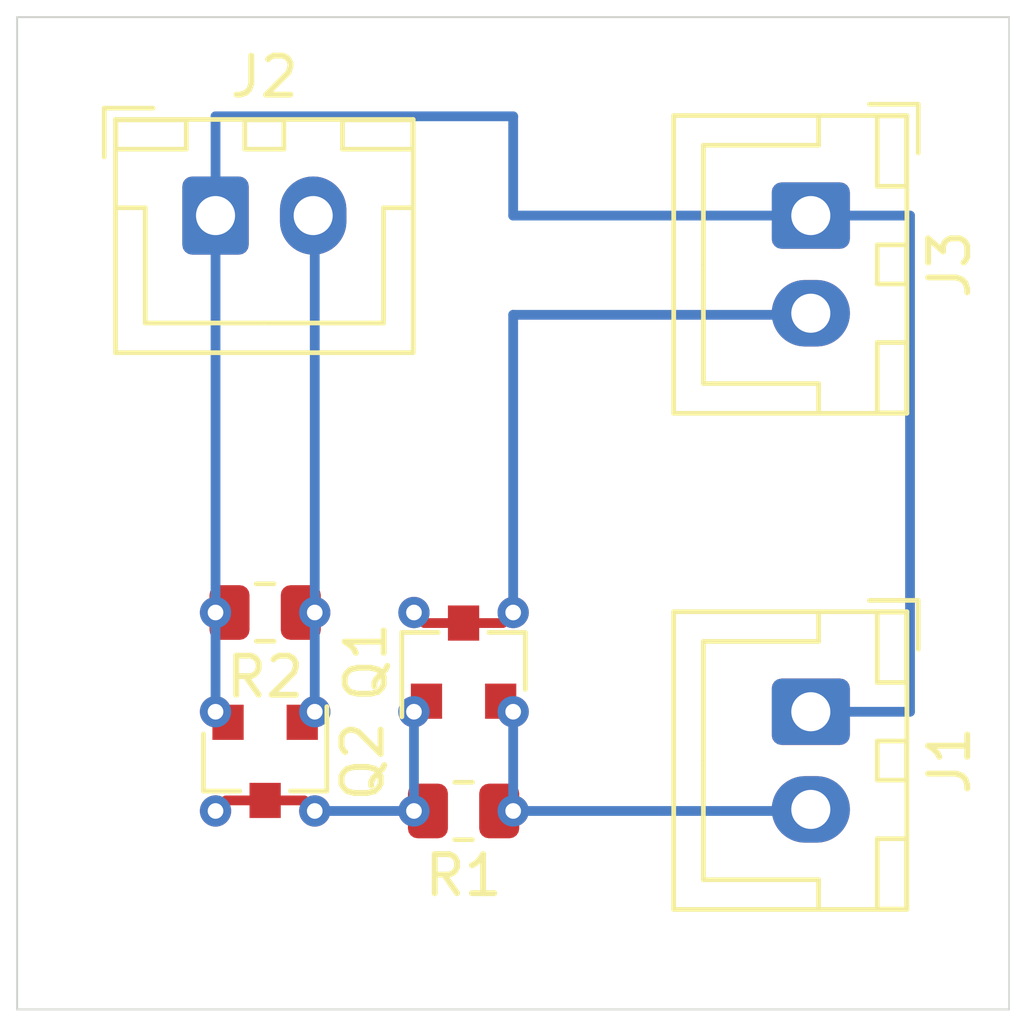
<source format=kicad_pcb>
(kicad_pcb (version 20211014) (generator pcbnew)
  (layers (0 "F.Cu" signal) (31 "B.Cu" signal) (34 "B.Paste" user) (35 "F.Paste" user) (36 "B.SilkS" user "B.Silkscreen") (37 "F.SilkS" user "F.Silkscreen") (38 "B.Mask" user) (39 "F.Mask" user) (44 "Edge.Cuts" user))
  (net 0 "")
  (net 1 "GND")
  (net 2 "Net-(Q1-Pad1)")
  (net 3 "/Vin")
  (net 4 "/Vctl")
  (net 5 "/Vout")
  (footprint "Connector_JST:JST_XH_B2B-XH-A_1x02_P2.50mm_Vertical" (layer "F.Cu") (at 149.86 111.76 -90)
    (fp_text reference "J3" (at 1.25 -3.55 90) (layer "F.SilkS"))
    (fp_text value "Conn_01x02_Male")
    (fp_line (start -2.56 -2.46) (end -2.56 3.51) (layer "F.SilkS") (width 0.12))
    (fp_line (start -1.8 -0.2) (end -1.8 2.75) (layer "F.SilkS") (width 0.12))
    (fp_line (start 3.25 -1.7) (end 5.05 -1.7) (layer "F.SilkS") (width 0.12))
    (fp_line (start 5.06 -2.46) (end -2.56 -2.46) (layer "F.SilkS") (width 0.12))
    (fp_line (start 4.3 -0.2) (end 4.3 2.75) (layer "F.SilkS") (width 0.12))
    (fp_line (start 5.06 3.51) (end 5.06 -2.46) (layer "F.SilkS") (width 0.12))
    (fp_line (start 1.75 -2.45) (end 0.75 -2.45) (layer "F.SilkS") (width 0.12))
    (fp_line (start -2.85 -2.75) (end -2.85 -1.5) (layer "F.SilkS") (width 0.12))
    (fp_line (start -0.75 -2.45) (end -2.55 -2.45) (layer "F.SilkS") (width 0.12))
    (fp_line (start -1.6 -2.75) (end -2.85 -2.75) (layer "F.SilkS") (width 0.12))
    (fp_line (start -2.55 -1.7) (end -0.75 -1.7) (layer "F.SilkS") (width 0.12))
    (fp_line (start 0.75 -1.7) (end 1.75 -1.7) (layer "F.SilkS") (width 0.12))
    (fp_line (start -1.8 2.75) (end 1.25 2.75) (layer "F.SilkS") (width 0.12))
    (fp_line (start 1.75 -1.7) (end 1.75 -2.45) (layer "F.SilkS") (width 0.12))
    (fp_line (start 4.3 2.75) (end 1.25 2.75) (layer "F.SilkS") (width 0.12))
    (fp_line (start 5.05 -2.45) (end 3.25 -2.45) (layer "F.SilkS") (width 0.12))
    (fp_line (start 5.05 -0.2) (end 4.3 -0.2) (layer "F.SilkS") (width 0.12))
    (fp_line (start 5.05 -1.7) (end 5.05 -2.45) (layer "F.SilkS") (width 0.12))
    (fp_line (start -2.55 -2.45) (end -2.55 -1.7) (layer "F.SilkS") (width 0.12))
    (fp_line (start -2.56 3.51) (end 5.06 3.51) (layer "F.SilkS") (width 0.12))
    (fp_line (start -0.75 -1.7) (end -0.75 -2.45) (layer "F.SilkS") (width 0.12))
    (fp_line (start -2.55 -0.2) (end -1.8 -0.2) (layer "F.SilkS") (width 0.12))
    (fp_line (start 0.75 -2.45) (end 0.75 -1.7) (layer "F.SilkS") (width 0.12))
    (fp_line (start 3.25 -2.45) (end 3.25 -1.7) (layer "F.SilkS") (width 0.12))
    (pad "1" thru_hole roundrect locked (at 0 0 270) (size 1.7 2) (drill 1) (layers *.Cu *.Mask) (roundrect_rratio 0.147059) (net 1 "GND"))
    (pad "2" thru_hole oval locked (at 2.5 0 270) (size 1.7 2) (drill 1) (layers *.Cu *.Mask) (net 5 "/Vout"))
  )
  (footprint "Connector_JST:JST_XH_B2B-XH-A_1x02_P2.50mm_Vertical" (layer "F.Cu") (at 134.62 111.76)
    (fp_text reference "J2" (at 1.25 -3.55) (layer "F.SilkS"))
    (fp_text value "Conn_01x02_Male")
    (fp_line (start 3.25 -2.45) (end 3.25 -1.7) (layer "F.SilkS") (width 0.12))
    (fp_line (start 0.75 -1.7) (end 1.75 -1.7) (layer "F.SilkS") (width 0.12))
    (fp_line (start -1.8 2.75) (end 1.25 2.75) (layer "F.SilkS") (width 0.12))
    (fp_line (start -2.55 -1.7) (end -0.75 -1.7) (layer "F.SilkS") (width 0.12))
    (fp_line (start 5.05 -2.45) (end 3.25 -2.45) (layer "F.SilkS") (width 0.12))
    (fp_line (start 1.75 -1.7) (end 1.75 -2.45) (layer "F.SilkS") (width 0.12))
    (fp_line (start 5.06 3.51) (end 5.06 -2.46) (layer "F.SilkS") (width 0.12))
    (fp_line (start 1.75 -2.45) (end 0.75 -2.45) (layer "F.SilkS") (width 0.12))
    (fp_line (start -0.75 -1.7) (end -0.75 -2.45) (layer "F.SilkS") (width 0.12))
    (fp_line (start -1.6 -2.75) (end -2.85 -2.75) (layer "F.SilkS") (width 0.12))
    (fp_line (start -0.75 -2.45) (end -2.55 -2.45) (layer "F.SilkS") (width 0.12))
    (fp_line (start 5.05 -1.7) (end 5.05 -2.45) (layer "F.SilkS") (width 0.12))
    (fp_line (start -2.56 -2.46) (end -2.56 3.51) (layer "F.SilkS") (width 0.12))
    (fp_line (start -2.56 3.51) (end 5.06 3.51) (layer "F.SilkS") (width 0.12))
    (fp_line (start 4.3 -0.2) (end 4.3 2.75) (layer "F.SilkS") (width 0.12))
    (fp_line (start 0.75 -2.45) (end 0.75 -1.7) (layer "F.SilkS") (width 0.12))
    (fp_line (start 5.06 -2.46) (end -2.56 -2.46) (layer "F.SilkS") (width 0.12))
    (fp_line (start -2.55 -2.45) (end -2.55 -1.7) (layer "F.SilkS") (width 0.12))
    (fp_line (start 4.3 2.75) (end 1.25 2.75) (layer "F.SilkS") (width 0.12))
    (fp_line (start -2.85 -2.75) (end -2.85 -1.5) (layer "F.SilkS") (width 0.12))
    (fp_line (start -2.55 -0.2) (end -1.8 -0.2) (layer "F.SilkS") (width 0.12))
    (fp_line (start -1.8 -0.2) (end -1.8 2.75) (layer "F.SilkS") (width 0.12))
    (fp_line (start 5.05 -0.2) (end 4.3 -0.2) (layer "F.SilkS") (width 0.12))
    (fp_line (start 3.25 -1.7) (end 5.05 -1.7) (layer "F.SilkS") (width 0.12))
    (pad "1" thru_hole roundrect locked (at 0 0) (size 1.7 2) (drill 1) (layers *.Cu *.Mask) (roundrect_rratio 0.147059) (net 1 "GND"))
    (pad "2" thru_hole oval locked (at 2.5 0) (size 1.7 2) (drill 1) (layers *.Cu *.Mask) (net 4 "/Vctl"))
  )
  (footprint "Resistor_SMD:R_0805_2012Metric" (layer "F.Cu") (at 135.89 121.92 180)
    (fp_text reference "R2" (at 0 -1.65) (layer "F.SilkS"))
    (fp_text value "10k")
    (fp_line (start -0.227064 0.735) (end 0.227064 0.735) (layer "F.SilkS") (width 0.12))
    (fp_line (start -0.227064 -0.735) (end 0.227064 -0.735) (layer "F.SilkS") (width 0.12))
    (pad "1" smd roundrect locked (at -0.9125 0 180) (size 1.025 1.4) (layers "F.Cu" "F.Paste" "F.Mask") (roundrect_rratio 0.243902) (net 4 "/Vctl"))
    (pad "2" smd roundrect locked (at 0.9125 0 180) (size 1.025 1.4) (layers "F.Cu" "F.Paste" "F.Mask") (roundrect_rratio 0.243902) (net 1 "GND"))
  )
  (footprint "Package_TO_SOT_SMD:SOT-23" (layer "F.Cu") (at 140.97 123.19 90)
    (fp_text reference "Q1" (at 0 -2.5 90) (layer "F.SilkS"))
    (fp_text value "AO3401A")
    (fp_line (start 0.76 -1.58) (end 0.76 -0.65) (layer "F.SilkS") (width 0.12))
    (fp_line (start 0.76 1.58) (end 0.76 0.65) (layer "F.SilkS") (width 0.12))
    (fp_line (start 0.76 -1.58) (end -1.4 -1.58) (layer "F.SilkS") (width 0.12))
    (fp_line (start 0.76 1.58) (end -0.7 1.58) (layer "F.SilkS") (width 0.12))
    (pad "1" smd rect locked (at -1 -0.95 90) (size 0.9 0.8) (layers "F.Cu" "F.Paste" "F.Mask") (net 2 "Net-(Q1-Pad1)"))
    (pad "2" smd rect locked (at -1 0.95 90) (size 0.9 0.8) (layers "F.Cu" "F.Paste" "F.Mask") (net 3 "/Vin"))
    (pad "3" smd rect locked (at 1 0 90) (size 0.9 0.8) (layers "F.Cu" "F.Paste" "F.Mask") (net 5 "/Vout"))
  )
  (footprint "Package_TO_SOT_SMD:SOT-23" (layer "F.Cu") (at 135.89 125.73 -90)
    (fp_text reference "Q2" (at 0 -2.5 90) (layer "F.SilkS"))
    (fp_text value "AO3402")
    (fp_line (start 0.76 -1.58) (end 0.76 -0.65) (layer "F.SilkS") (width 0.12))
    (fp_line (start 0.76 -1.58) (end -1.4 -1.58) (layer "F.SilkS") (width 0.12))
    (fp_line (start 0.76 1.58) (end 0.76 0.65) (layer "F.SilkS") (width 0.12))
    (fp_line (start 0.76 1.58) (end -0.7 1.58) (layer "F.SilkS") (width 0.12))
    (pad "1" smd rect locked (at -1 -0.95 270) (size 0.9 0.8) (layers "F.Cu" "F.Paste" "F.Mask") (net 4 "/Vctl"))
    (pad "2" smd rect locked (at -1 0.95 270) (size 0.9 0.8) (layers "F.Cu" "F.Paste" "F.Mask") (net 1 "GND"))
    (pad "3" smd rect locked (at 1 0 270) (size 0.9 0.8) (layers "F.Cu" "F.Paste" "F.Mask") (net 2 "Net-(Q1-Pad1)"))
  )
  (footprint "Resistor_SMD:R_0805_2012Metric" (layer "F.Cu") (at 140.97 127 180)
    (fp_text reference "R1" (at 0 -1.65) (layer "F.SilkS"))
    (fp_text value "10k")
    (fp_line (start -0.227064 0.735) (end 0.227064 0.735) (layer "F.SilkS") (width 0.12))
    (fp_line (start -0.227064 -0.735) (end 0.227064 -0.735) (layer "F.SilkS") (width 0.12))
    (pad "1" smd roundrect locked (at -0.9125 0 180) (size 1.025 1.4) (layers "F.Cu" "F.Paste" "F.Mask") (roundrect_rratio 0.243902) (net 3 "/Vin"))
    (pad "2" smd roundrect locked (at 0.9125 0 180) (size 1.025 1.4) (layers "F.Cu" "F.Paste" "F.Mask") (roundrect_rratio 0.243902) (net 2 "Net-(Q1-Pad1)"))
  )
  (footprint "Connector_JST:JST_XH_B2B-XH-A_1x02_P2.50mm_Vertical" (layer "F.Cu") (at 149.86 124.46 -90)
    (fp_text reference "J1" (at 1.25 -3.55 90) (layer "F.SilkS"))
    (fp_text value "Conn_01x02_Male")
    (fp_line (start -2.55 -2.45) (end -2.55 -1.7) (layer "F.SilkS") (width 0.12))
    (fp_line (start 5.05 -2.45) (end 3.25 -2.45) (layer "F.SilkS") (width 0.12))
    (fp_line (start 1.75 -1.7) (end 1.75 -2.45) (layer "F.SilkS") (width 0.12))
    (fp_line (start -1.8 2.75) (end 1.25 2.75) (layer "F.SilkS") (width 0.12))
    (fp_line (start -2.85 -2.75) (end -2.85 -1.5) (layer "F.SilkS") (width 0.12))
    (fp_line (start 5.06 -2.46) (end -2.56 -2.46) (layer "F.SilkS") (width 0.12))
    (fp_line (start 4.3 2.75) (end 1.25 2.75) (layer "F.SilkS") (width 0.12))
    (fp_line (start -0.75 -2.45) (end -2.55 -2.45) (layer "F.SilkS") (width 0.12))
    (fp_line (start -2.55 -1.7) (end -0.75 -1.7) (layer "F.SilkS") (width 0.12))
    (fp_line (start 4.3 -0.2) (end 4.3 2.75) (layer "F.SilkS") (width 0.12))
    (fp_line (start 1.75 -2.45) (end 0.75 -2.45) (layer "F.SilkS") (width 0.12))
    (fp_line (start -1.8 -0.2) (end -1.8 2.75) (layer "F.SilkS") (width 0.12))
    (fp_line (start 5.05 -0.2) (end 4.3 -0.2) (layer "F.SilkS") (width 0.12))
    (fp_line (start 5.06 3.51) (end 5.06 -2.46) (layer "F.SilkS") (width 0.12))
    (fp_line (start -0.75 -1.7) (end -0.75 -2.45) (layer "F.SilkS") (width 0.12))
    (fp_line (start 0.75 -1.7) (end 1.75 -1.7) (layer "F.SilkS") (width 0.12))
    (fp_line (start -1.6 -2.75) (end -2.85 -2.75) (layer "F.SilkS") (width 0.12))
    (fp_line (start -2.56 3.51) (end 5.06 3.51) (layer "F.SilkS") (width 0.12))
    (fp_line (start 5.05 -1.7) (end 5.05 -2.45) (layer "F.SilkS") (width 0.12))
    (fp_line (start -2.55 -0.2) (end -1.8 -0.2) (layer "F.SilkS") (width 0.12))
    (fp_line (start 3.25 -1.7) (end 5.05 -1.7) (layer "F.SilkS") (width 0.12))
    (fp_line (start 3.25 -2.45) (end 3.25 -1.7) (layer "F.SilkS") (width 0.12))
    (fp_line (start 0.75 -2.45) (end 0.75 -1.7) (layer "F.SilkS") (width 0.12))
    (fp_line (start -2.56 -2.46) (end -2.56 3.51) (layer "F.SilkS") (width 0.12))
    (pad "1" thru_hole roundrect locked (at 0 0 270) (size 1.7 2) (drill 1) (layers *.Cu *.Mask) (roundrect_rratio 0.147059) (net 1 "GND"))
    (pad "2" thru_hole oval locked (at 2.5 0 270) (size 1.7 2) (drill 1) (layers *.Cu *.Mask) (net 3 "/Vin"))
  )
  (gr_line (start 154.94 106.68) (end 129.54 106.68) (layer "Edge.Cuts") (width 0.05))
  (gr_line (start 154.94 132.08) (end 154.94 106.68) (layer "Edge.Cuts") (width 0.05))
  (gr_line (start 129.54 132.08) (end 154.94 132.08) (layer "Edge.Cuts") (width 0.05))
  (gr_line (start 129.54 106.68) (end 129.54 132.08) (layer "Edge.Cuts") (width 0.05))
  (segment (start 134.89 124.73) (end 134.62 124.46) (width 0.25) (layer "F.Cu") (net 1))
  (segment (start 134.94 124.73) (end 134.89 124.73) (width 0.25) (layer "F.Cu") (net 1))
  (segment (start 134.9775 121.92) (end 134.62 121.92) (width 0.25) (layer "F.Cu") (net 1))
  (via (at 134.62 121.92) (size 0.8) (drill 0.4) (layers "F.Cu" "B.Cu") (net 1))
  (via (at 134.62 124.46) (size 0.8) (drill 0.4) (layers "F.Cu" "B.Cu") (net 1))
  (segment (start 142.24 111.76) (end 142.24 109.22) (width 0.25) (layer "B.Cu") (net 1))
  (segment (start 142.24 109.22) (end 134.62 109.22) (width 0.25) (layer "B.Cu") (net 1))
  (segment (start 134.62 121.92) (end 134.62 111.76) (width 0.25) (layer "B.Cu") (net 1))
  (segment (start 152.4 124.46) (end 152.4 111.76) (width 0.25) (layer "B.Cu") (net 1))
  (segment (start 134.62 124.46) (end 134.62 121.92) (width 0.25) (layer "B.Cu") (net 1))
  (segment (start 152.4 111.76) (end 142.24 111.76) (width 0.25) (layer "B.Cu") (net 1))
  (segment (start 134.62 109.22) (end 134.62 111.76) (width 0.25) (layer "B.Cu") (net 1))
  (segment (start 149.86 124.46) (end 152.4 124.46) (width 0.25) (layer "B.Cu") (net 1))
  (segment (start 135.89 126.73) (end 136.89 126.73) (width 0.25) (layer "F.Cu") (net 2))
  (segment (start 136.89 126.73) (end 137.16 127) (width 0.25) (layer "F.Cu") (net 2))
  (segment (start 139.7 127) (end 140.0575 127) (width 0.25) (layer "F.Cu") (net 2))
  (segment (start 134.89 126.73) (end 134.62 127) (width 0.25) (layer "F.Cu") (net 2))
  (segment (start 135.89 126.73) (end 134.89 126.73) (width 0.25) (layer "F.Cu") (net 2))
  (via (at 139.7 124.46) (size 0.8) (drill 0.4) (layers "F.Cu" "B.Cu") (net 2))
  (via (at 139.7 127) (size 0.8) (drill 0.4) (layers "F.Cu" "B.Cu") (net 2))
  (via (at 137.16 127) (size 0.8) (drill 0.4) (layers "F.Cu" "B.Cu") (net 2))
  (via (at 134.62 127) (size 0.8) (drill 0.4) (layers "F.Cu" "B.Cu") (net 2))
  (segment (start 139.7 124.46) (end 139.7 127) (width 0.25) (layer "B.Cu") (net 2))
  (segment (start 137.16 127) (end 139.7 127) (width 0.25) (layer "B.Cu") (net 2))
  (via (at 142.24 127) (size 0.8) (drill 0.4) (layers "F.Cu" "B.Cu") (net 3))
  (via (at 142.24 124.46) (size 0.8) (drill 0.4) (layers "F.Cu" "B.Cu") (net 3))
  (segment (start 142.24 127) (end 142.24 124.46) (width 0.25) (layer "B.Cu") (net 3))
  (segment (start 149.82 127) (end 149.86 126.96) (width 0.25) (layer "B.Cu") (net 3))
  (segment (start 142.24 127) (end 149.82 127) (width 0.25) (layer "B.Cu") (net 3))
  (segment (start 136.89 124.73) (end 137.16 124.46) (width 0.25) (layer "F.Cu") (net 4))
  (segment (start 136.84 124.73) (end 136.89 124.73) (width 0.25) (layer "F.Cu") (net 4))
  (via (at 137.16 124.46) (size 0.8) (drill 0.4) (layers "F.Cu" "B.Cu") (net 4))
  (via (at 137.16 121.92) (size 0.8) (drill 0.4) (layers "F.Cu" "B.Cu") (net 4))
  (segment (start 137.16 111.8) (end 137.12 111.76) (width 0.25) (layer "B.Cu") (net 4))
  (segment (start 137.16 121.92) (end 137.16 111.8) (width 0.25) (layer "B.Cu") (net 4))
  (segment (start 137.16 124.46) (end 137.16 121.92) (width 0.25) (layer "B.Cu") (net 4))
  (segment (start 139.97 122.19) (end 139.7 121.92) (width 0.25) (layer "F.Cu") (net 5))
  (segment (start 140.97 122.19) (end 139.97 122.19) (width 0.25) (layer "F.Cu") (net 5))
  (segment (start 140.97 122.19) (end 141.97 122.19) (width 0.25) (layer "F.Cu") (net 5))
  (segment (start 141.97 122.19) (end 142.24 121.92) (width 0.25) (layer "F.Cu") (net 5))
  (via (at 139.7 121.92) (size 0.8) (drill 0.4) (layers "F.Cu" "B.Cu") (net 5))
  (via (at 142.24 121.92) (size 0.8) (drill 0.4) (layers "F.Cu" "B.Cu") (net 5))
  (segment (start 142.24 121.92) (end 142.24 114.3) (width 0.25) (layer "B.Cu") (net 5))
  (segment (start 142.24 114.3) (end 149.82 114.3) (width 0.25) (layer "B.Cu") (net 5))
  (segment (start 149.82 114.3) (end 149.86 114.26) (width 0.25) (layer "B.Cu") (net 5))
)
</source>
